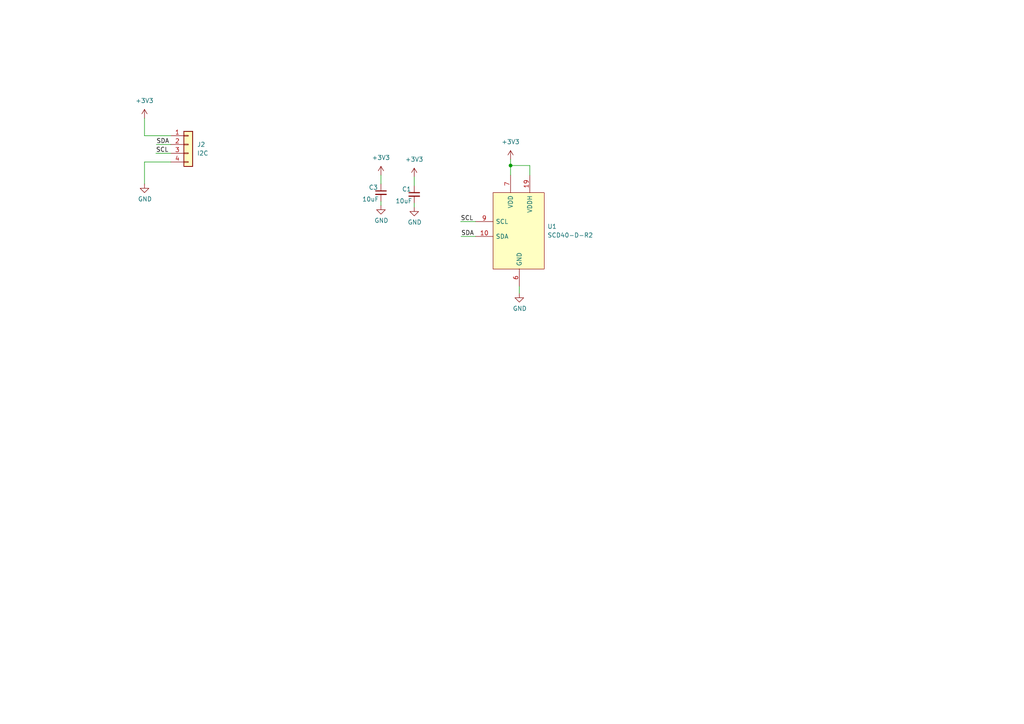
<source format=kicad_sch>
(kicad_sch (version 20211123) (generator eeschema)

  (uuid e63e39d7-6ac0-4ffd-8aa3-1841a4541b55)

  (paper "A4")

  (lib_symbols
    (symbol "Connector_Generic:Conn_01x04" (pin_names (offset 1.016) hide) (in_bom yes) (on_board yes)
      (property "Reference" "J" (id 0) (at 0 5.08 0)
        (effects (font (size 1.27 1.27)))
      )
      (property "Value" "Conn_01x04" (id 1) (at 0 -7.62 0)
        (effects (font (size 1.27 1.27)))
      )
      (property "Footprint" "" (id 2) (at 0 0 0)
        (effects (font (size 1.27 1.27)) hide)
      )
      (property "Datasheet" "~" (id 3) (at 0 0 0)
        (effects (font (size 1.27 1.27)) hide)
      )
      (property "ki_keywords" "connector" (id 4) (at 0 0 0)
        (effects (font (size 1.27 1.27)) hide)
      )
      (property "ki_description" "Generic connector, single row, 01x04, script generated (kicad-library-utils/schlib/autogen/connector/)" (id 5) (at 0 0 0)
        (effects (font (size 1.27 1.27)) hide)
      )
      (property "ki_fp_filters" "Connector*:*_1x??_*" (id 6) (at 0 0 0)
        (effects (font (size 1.27 1.27)) hide)
      )
      (symbol "Conn_01x04_1_1"
        (rectangle (start -1.27 -4.953) (end 0 -5.207)
          (stroke (width 0.1524) (type default) (color 0 0 0 0))
          (fill (type none))
        )
        (rectangle (start -1.27 -2.413) (end 0 -2.667)
          (stroke (width 0.1524) (type default) (color 0 0 0 0))
          (fill (type none))
        )
        (rectangle (start -1.27 0.127) (end 0 -0.127)
          (stroke (width 0.1524) (type default) (color 0 0 0 0))
          (fill (type none))
        )
        (rectangle (start -1.27 2.667) (end 0 2.413)
          (stroke (width 0.1524) (type default) (color 0 0 0 0))
          (fill (type none))
        )
        (rectangle (start -1.27 3.81) (end 1.27 -6.35)
          (stroke (width 0.254) (type default) (color 0 0 0 0))
          (fill (type background))
        )
        (pin passive line (at -5.08 2.54 0) (length 3.81)
          (name "Pin_1" (effects (font (size 1.27 1.27))))
          (number "1" (effects (font (size 1.27 1.27))))
        )
        (pin passive line (at -5.08 0 0) (length 3.81)
          (name "Pin_2" (effects (font (size 1.27 1.27))))
          (number "2" (effects (font (size 1.27 1.27))))
        )
        (pin passive line (at -5.08 -2.54 0) (length 3.81)
          (name "Pin_3" (effects (font (size 1.27 1.27))))
          (number "3" (effects (font (size 1.27 1.27))))
        )
        (pin passive line (at -5.08 -5.08 0) (length 3.81)
          (name "Pin_4" (effects (font (size 1.27 1.27))))
          (number "4" (effects (font (size 1.27 1.27))))
        )
      )
    )
    (symbol "Device:C_Small" (pin_numbers hide) (pin_names (offset 0.254) hide) (in_bom yes) (on_board yes)
      (property "Reference" "C" (id 0) (at 0.254 1.778 0)
        (effects (font (size 1.27 1.27)) (justify left))
      )
      (property "Value" "C_Small" (id 1) (at 0.254 -2.032 0)
        (effects (font (size 1.27 1.27)) (justify left))
      )
      (property "Footprint" "" (id 2) (at 0 0 0)
        (effects (font (size 1.27 1.27)) hide)
      )
      (property "Datasheet" "~" (id 3) (at 0 0 0)
        (effects (font (size 1.27 1.27)) hide)
      )
      (property "ki_keywords" "capacitor cap" (id 4) (at 0 0 0)
        (effects (font (size 1.27 1.27)) hide)
      )
      (property "ki_description" "Unpolarized capacitor, small symbol" (id 5) (at 0 0 0)
        (effects (font (size 1.27 1.27)) hide)
      )
      (property "ki_fp_filters" "C_*" (id 6) (at 0 0 0)
        (effects (font (size 1.27 1.27)) hide)
      )
      (symbol "C_Small_0_1"
        (polyline
          (pts
            (xy -1.524 -0.508)
            (xy 1.524 -0.508)
          )
          (stroke (width 0.3302) (type default) (color 0 0 0 0))
          (fill (type none))
        )
        (polyline
          (pts
            (xy -1.524 0.508)
            (xy 1.524 0.508)
          )
          (stroke (width 0.3048) (type default) (color 0 0 0 0))
          (fill (type none))
        )
      )
      (symbol "C_Small_1_1"
        (pin passive line (at 0 2.54 270) (length 2.032)
          (name "~" (effects (font (size 1.27 1.27))))
          (number "1" (effects (font (size 1.27 1.27))))
        )
        (pin passive line (at 0 -2.54 90) (length 2.032)
          (name "~" (effects (font (size 1.27 1.27))))
          (number "2" (effects (font (size 1.27 1.27))))
        )
      )
    )
    (symbol "hack-it-back:SCD40-D-R2" (pin_names (offset 0.762)) (in_bom yes) (on_board yes)
      (property "Reference" "U" (id 0) (at 29.21 17.78 0)
        (effects (font (size 1.27 1.27)) (justify left))
      )
      (property "Value" "SCD40-D-R2" (id 1) (at 29.21 15.24 0)
        (effects (font (size 1.27 1.27)) (justify left))
      )
      (property "Footprint" "hack-it-back:SCD40DR2" (id 2) (at 29.21 12.7 0)
        (effects (font (size 1.27 1.27)) (justify left) hide)
      )
      (property "Datasheet" "https://www.arrow.com/en/products/scd40-d-r2/sensirion-ag" (id 3) (at 29.21 10.16 0)
        (effects (font (size 1.27 1.27)) (justify left) hide)
      )
      (property "Description" "Air Quality Sensor CO2 Sensor 2.5V/3.3V/5V 20-Pin SMD EP" (id 4) (at 29.21 7.62 0)
        (effects (font (size 1.27 1.27)) (justify left) hide)
      )
      (property "manf#" "SCD40-D-R2" (id 5) (at 50.8 -1.27 0)
        (effects (font (size 1.27 1.27)) (justify left) hide)
      )
      (symbol "SCD40-D-R2_0_0"
        (pin passive line (at 6.35 0 0) (length 5.08)
          (name "SDA" (effects (font (size 1.27 1.27))))
          (number "10" (effects (font (size 1.27 1.27))))
        )
        (pin passive line (at 22.098 17.78 270) (length 5.08)
          (name "VDDH" (effects (font (size 1.27 1.27))))
          (number "19" (effects (font (size 1.27 1.27))))
        )
        (pin passive line (at 19.05 -14.478 90) (length 5.08) hide
          (name "GND_2" (effects (font (size 1.27 1.27))))
          (number "20" (effects (font (size 1.27 1.27))))
        )
        (pin passive line (at 19.05 -14.478 90) (length 5.08) hide
          (name "GND_3" (effects (font (size 1.27 1.27))))
          (number "21" (effects (font (size 1.27 1.27))))
        )
        (pin passive line (at 19.05 -14.478 90) (length 5.08)
          (name "GND" (effects (font (size 1.27 1.27))))
          (number "6" (effects (font (size 1.27 1.27))))
        )
        (pin passive line (at 16.51 17.78 270) (length 5.08)
          (name "VDD" (effects (font (size 1.27 1.27))))
          (number "7" (effects (font (size 1.27 1.27))))
        )
        (pin passive line (at 6.35 4.318 0) (length 5.08)
          (name "SCL" (effects (font (size 1.27 1.27))))
          (number "9" (effects (font (size 1.27 1.27))))
        )
      )
      (symbol "SCD40-D-R2_0_1"
        (rectangle (start 11.43 12.7) (end 26.2636 -9.4488)
          (stroke (width 0) (type default) (color 0 0 0 0))
          (fill (type background))
        )
      )
    )
    (symbol "power:+3.3V" (power) (pin_names (offset 0)) (in_bom yes) (on_board yes)
      (property "Reference" "#PWR" (id 0) (at 0 -3.81 0)
        (effects (font (size 1.27 1.27)) hide)
      )
      (property "Value" "+3.3V" (id 1) (at 0 3.556 0)
        (effects (font (size 1.27 1.27)))
      )
      (property "Footprint" "" (id 2) (at 0 0 0)
        (effects (font (size 1.27 1.27)) hide)
      )
      (property "Datasheet" "" (id 3) (at 0 0 0)
        (effects (font (size 1.27 1.27)) hide)
      )
      (property "ki_keywords" "power-flag" (id 4) (at 0 0 0)
        (effects (font (size 1.27 1.27)) hide)
      )
      (property "ki_description" "Power symbol creates a global label with name \"+3.3V\"" (id 5) (at 0 0 0)
        (effects (font (size 1.27 1.27)) hide)
      )
      (symbol "+3.3V_0_1"
        (polyline
          (pts
            (xy -0.762 1.27)
            (xy 0 2.54)
          )
          (stroke (width 0) (type default) (color 0 0 0 0))
          (fill (type none))
        )
        (polyline
          (pts
            (xy 0 0)
            (xy 0 2.54)
          )
          (stroke (width 0) (type default) (color 0 0 0 0))
          (fill (type none))
        )
        (polyline
          (pts
            (xy 0 2.54)
            (xy 0.762 1.27)
          )
          (stroke (width 0) (type default) (color 0 0 0 0))
          (fill (type none))
        )
      )
      (symbol "+3.3V_1_1"
        (pin power_in line (at 0 0 90) (length 0) hide
          (name "+3V3" (effects (font (size 1.27 1.27))))
          (number "1" (effects (font (size 1.27 1.27))))
        )
      )
    )
    (symbol "power:GND" (power) (pin_names (offset 0)) (in_bom yes) (on_board yes)
      (property "Reference" "#PWR" (id 0) (at 0 -6.35 0)
        (effects (font (size 1.27 1.27)) hide)
      )
      (property "Value" "GND" (id 1) (at 0 -3.81 0)
        (effects (font (size 1.27 1.27)))
      )
      (property "Footprint" "" (id 2) (at 0 0 0)
        (effects (font (size 1.27 1.27)) hide)
      )
      (property "Datasheet" "" (id 3) (at 0 0 0)
        (effects (font (size 1.27 1.27)) hide)
      )
      (property "ki_keywords" "power-flag" (id 4) (at 0 0 0)
        (effects (font (size 1.27 1.27)) hide)
      )
      (property "ki_description" "Power symbol creates a global label with name \"GND\" , ground" (id 5) (at 0 0 0)
        (effects (font (size 1.27 1.27)) hide)
      )
      (symbol "GND_0_1"
        (polyline
          (pts
            (xy 0 0)
            (xy 0 -1.27)
            (xy 1.27 -1.27)
            (xy 0 -2.54)
            (xy -1.27 -1.27)
            (xy 0 -1.27)
          )
          (stroke (width 0) (type default) (color 0 0 0 0))
          (fill (type none))
        )
      )
      (symbol "GND_1_1"
        (pin power_in line (at 0 0 270) (length 0) hide
          (name "GND" (effects (font (size 1.27 1.27))))
          (number "1" (effects (font (size 1.27 1.27))))
        )
      )
    )
  )

  (junction (at 148.082 48.006) (diameter 0) (color 0 0 0 0)
    (uuid da84fa15-5df0-45e4-94a3-d795cf6ea108)
  )

  (wire (pts (xy 150.622 83.058) (xy 150.622 85.09))
    (stroke (width 0) (type default) (color 0 0 0 0))
    (uuid 0613dd51-0613-45ce-a495-e19f1d8b92a3)
  )
  (wire (pts (xy 110.49 50.8) (xy 110.49 53.34))
    (stroke (width 0) (type default) (color 0 0 0 0))
    (uuid 19651883-53bc-4260-8d8e-59a026ad1e1b)
  )
  (wire (pts (xy 148.082 48.006) (xy 148.082 50.8))
    (stroke (width 0) (type default) (color 0 0 0 0))
    (uuid 1f452b76-ffd8-45de-9c86-beba253b5f88)
  )
  (wire (pts (xy 133.731 68.58) (xy 137.922 68.58))
    (stroke (width 0) (type default) (color 0 0 0 0))
    (uuid 235c81a7-8b5b-4b68-84c8-0b00b55cb5b2)
  )
  (wire (pts (xy 120.142 58.928) (xy 120.142 60.071))
    (stroke (width 0) (type default) (color 0 0 0 0))
    (uuid 35d28fee-bd09-407c-a5c2-83dab3bafb50)
  )
  (wire (pts (xy 41.91 39.37) (xy 49.53 39.37))
    (stroke (width 0) (type default) (color 0 0 0 0))
    (uuid 3eff264c-1093-440a-bc5d-e0a5e8b378aa)
  )
  (wire (pts (xy 148.082 46.228) (xy 148.082 48.006))
    (stroke (width 0) (type default) (color 0 0 0 0))
    (uuid 3f73b885-1591-4f2b-990d-d3253e8b479a)
  )
  (wire (pts (xy 153.67 50.8) (xy 153.67 48.006))
    (stroke (width 0) (type default) (color 0 0 0 0))
    (uuid 57e20b6e-caa8-4008-aff1-c4ea653392ec)
  )
  (wire (pts (xy 110.49 58.42) (xy 110.49 59.563))
    (stroke (width 0) (type default) (color 0 0 0 0))
    (uuid 906c2b89-e0fe-4649-9791-22895d86e305)
  )
  (wire (pts (xy 45.339 41.91) (xy 49.53 41.91))
    (stroke (width 0) (type default) (color 0 0 0 0))
    (uuid 9a2317a8-ac00-4130-9201-2f787a7efac2)
  )
  (wire (pts (xy 120.142 51.308) (xy 120.142 53.848))
    (stroke (width 0) (type default) (color 0 0 0 0))
    (uuid a622f7f6-8a99-4932-b42e-48aa330da73a)
  )
  (wire (pts (xy 41.91 34.29) (xy 41.91 39.37))
    (stroke (width 0) (type default) (color 0 0 0 0))
    (uuid aeec99c0-30e3-42bb-be53-b59dff391da5)
  )
  (wire (pts (xy 133.604 64.262) (xy 137.922 64.262))
    (stroke (width 0) (type default) (color 0 0 0 0))
    (uuid d58fda8d-045c-49a4-a14e-26ba40a9e9e3)
  )
  (wire (pts (xy 45.212 44.45) (xy 49.53 44.45))
    (stroke (width 0) (type default) (color 0 0 0 0))
    (uuid df82a6a4-07bc-45a5-a417-a1bb8f8953de)
  )
  (wire (pts (xy 153.67 48.006) (xy 148.082 48.006))
    (stroke (width 0) (type default) (color 0 0 0 0))
    (uuid ea8cc250-0bc1-4822-bdf1-953ab07bd617)
  )
  (wire (pts (xy 41.91 53.34) (xy 41.91 46.99))
    (stroke (width 0) (type default) (color 0 0 0 0))
    (uuid f78d3925-6204-4cd6-b6c6-b466a7fffed7)
  )
  (wire (pts (xy 41.91 46.99) (xy 49.53 46.99))
    (stroke (width 0) (type default) (color 0 0 0 0))
    (uuid f9138fb1-4e9b-4c0a-a6f1-bc9a6cdec635)
  )

  (label "SDA" (at 133.731 68.58 0)
    (effects (font (size 1.27 1.27)) (justify left bottom))
    (uuid 01fb3de3-3798-4eee-acb1-2d43ca54f955)
  )
  (label "SCL" (at 133.604 64.262 0)
    (effects (font (size 1.27 1.27)) (justify left bottom))
    (uuid 10e8f782-772d-4fba-9b99-6230615df8db)
  )
  (label "SDA" (at 45.339 41.91 0)
    (effects (font (size 1.27 1.27)) (justify left bottom))
    (uuid 93b48a5c-03c1-4059-ad9f-dd657a34cb31)
  )
  (label "SCL" (at 45.212 44.45 0)
    (effects (font (size 1.27 1.27)) (justify left bottom))
    (uuid c2c7d0c4-3d15-4263-938c-9b5cb0c761d1)
  )

  (symbol (lib_id "power:+3.3V") (at 148.082 46.228 0) (unit 1)
    (in_bom yes) (on_board yes) (fields_autoplaced)
    (uuid 0355bb93-21ef-44cf-b734-aa73b30d83c3)
    (property "Reference" "#PWR01" (id 0) (at 148.082 50.038 0)
      (effects (font (size 1.27 1.27)) hide)
    )
    (property "Value" "+3.3V" (id 1) (at 148.082 41.148 0))
    (property "Footprint" "" (id 2) (at 148.082 46.228 0)
      (effects (font (size 1.27 1.27)) hide)
    )
    (property "Datasheet" "" (id 3) (at 148.082 46.228 0)
      (effects (font (size 1.27 1.27)) hide)
    )
    (pin "1" (uuid cd8aa1c8-777a-4792-bc90-7816439f10ef))
  )

  (symbol (lib_id "power:GND") (at 41.91 53.34 0) (unit 1)
    (in_bom yes) (on_board yes)
    (uuid 0466ea65-fe62-413b-9b8e-429461b48ae8)
    (property "Reference" "#PWR011" (id 0) (at 41.91 59.69 0)
      (effects (font (size 1.27 1.27)) hide)
    )
    (property "Value" "GND" (id 1) (at 42.037 57.7342 0))
    (property "Footprint" "" (id 2) (at 41.91 53.34 0)
      (effects (font (size 1.27 1.27)) hide)
    )
    (property "Datasheet" "" (id 3) (at 41.91 53.34 0)
      (effects (font (size 1.27 1.27)) hide)
    )
    (pin "1" (uuid f93cbd37-2748-4b87-b426-350eb61e7957))
  )

  (symbol (lib_id "hack-it-back:SCD40-D-R2") (at 131.572 68.58 0) (unit 1)
    (in_bom yes) (on_board yes) (fields_autoplaced)
    (uuid 27140ab7-f2e7-4b1f-8e69-7843c89484ba)
    (property "Reference" "U1" (id 0) (at 158.75 65.6843 0)
      (effects (font (size 1.27 1.27)) (justify left))
    )
    (property "Value" "SCD40-D-R2" (id 1) (at 158.75 68.2243 0)
      (effects (font (size 1.27 1.27)) (justify left))
    )
    (property "Footprint" "hack-it-back:SCD40DR2" (id 2) (at 160.782 55.88 0)
      (effects (font (size 1.27 1.27)) (justify left) hide)
    )
    (property "Datasheet" "https://www.arrow.com/en/products/scd40-d-r2/sensirion-ag" (id 3) (at 160.782 58.42 0)
      (effects (font (size 1.27 1.27)) (justify left) hide)
    )
    (property "Description" "Air Quality Sensor CO2 Sensor 2.5V/3.3V/5V 20-Pin SMD EP" (id 4) (at 160.782 60.96 0)
      (effects (font (size 1.27 1.27)) (justify left) hide)
    )
    (property "manf#" "SCD40-D-R2" (id 5) (at 182.372 69.85 0)
      (effects (font (size 1.27 1.27)) (justify left) hide)
    )
    (pin "10" (uuid c1889cb5-c3c2-4ed4-b7ae-48ecdca610ba))
    (pin "19" (uuid e8140997-6a10-42ff-ae75-9f763ef2dc5f))
    (pin "20" (uuid e2e66313-2f7f-4a29-b47e-dd5ea897bd15))
    (pin "21" (uuid 74c11319-aa96-4425-a97b-3650ef5a6198))
    (pin "6" (uuid a4937a8f-03b1-4819-9442-162954e5f8d4))
    (pin "7" (uuid cbb14f1a-a0d3-44a6-a085-2a6c0940c995))
    (pin "9" (uuid 19eea0c4-e7c6-4948-88fd-7927ce99bb4c))
  )

  (symbol (lib_id "power:+3.3V") (at 110.49 50.8 0) (unit 1)
    (in_bom yes) (on_board yes) (fields_autoplaced)
    (uuid 83cb6f61-bcb9-4b91-8ea6-aaa43b76c715)
    (property "Reference" "#PWR0101" (id 0) (at 110.49 54.61 0)
      (effects (font (size 1.27 1.27)) hide)
    )
    (property "Value" "+3.3V" (id 1) (at 110.49 45.72 0))
    (property "Footprint" "" (id 2) (at 110.49 50.8 0)
      (effects (font (size 1.27 1.27)) hide)
    )
    (property "Datasheet" "" (id 3) (at 110.49 50.8 0)
      (effects (font (size 1.27 1.27)) hide)
    )
    (pin "1" (uuid 6b21f1b6-2180-4060-89a8-e2eaa0ef1dab))
  )

  (symbol (lib_id "power:+3.3V") (at 41.91 34.29 0) (unit 1)
    (in_bom yes) (on_board yes) (fields_autoplaced)
    (uuid 8eaba795-9173-4e42-a9d4-e93bcef5b718)
    (property "Reference" "#PWR010" (id 0) (at 41.91 38.1 0)
      (effects (font (size 1.27 1.27)) hide)
    )
    (property "Value" "+3.3V" (id 1) (at 41.91 29.21 0))
    (property "Footprint" "" (id 2) (at 41.91 34.29 0)
      (effects (font (size 1.27 1.27)) hide)
    )
    (property "Datasheet" "" (id 3) (at 41.91 34.29 0)
      (effects (font (size 1.27 1.27)) hide)
    )
    (pin "1" (uuid 8466543d-b50a-4001-8c39-3a414b925c59))
  )

  (symbol (lib_id "Device:C_Small") (at 110.49 55.88 0) (unit 1)
    (in_bom yes) (on_board yes)
    (uuid 926d378a-af62-423a-8cba-4c362db46818)
    (property "Reference" "C3" (id 0) (at 106.934 54.356 0)
      (effects (font (size 1.27 1.27)) (justify left))
    )
    (property "Value" "10uF" (id 1) (at 105.029 57.785 0)
      (effects (font (size 1.27 1.27)) (justify left))
    )
    (property "Footprint" "Capacitor_SMD:C_0805_2012Metric" (id 2) (at 110.49 55.88 0)
      (effects (font (size 1.27 1.27)) hide)
    )
    (property "Datasheet" "~" (id 3) (at 110.49 55.88 0)
      (effects (font (size 1.27 1.27)) hide)
    )
    (property "manf#" "GRM188R61C106MA73D" (id 4) (at 67.31 166.243 0)
      (effects (font (size 1.27 1.27)) hide)
    )
    (pin "1" (uuid f6fb7439-7c3e-415e-bc2d-21c570944a96))
    (pin "2" (uuid 5bc368e5-c880-4925-a3ec-e60402cc2cd5))
  )

  (symbol (lib_id "power:+3.3V") (at 120.142 51.308 0) (unit 1)
    (in_bom yes) (on_board yes) (fields_autoplaced)
    (uuid 9c9a762c-cda6-436a-a952-139e78653753)
    (property "Reference" "#PWR03" (id 0) (at 120.142 55.118 0)
      (effects (font (size 1.27 1.27)) hide)
    )
    (property "Value" "+3.3V" (id 1) (at 120.142 46.228 0))
    (property "Footprint" "" (id 2) (at 120.142 51.308 0)
      (effects (font (size 1.27 1.27)) hide)
    )
    (property "Datasheet" "" (id 3) (at 120.142 51.308 0)
      (effects (font (size 1.27 1.27)) hide)
    )
    (pin "1" (uuid efb21a40-76c9-4598-9282-eaa4a3e67830))
  )

  (symbol (lib_id "power:GND") (at 110.49 59.563 0) (unit 1)
    (in_bom yes) (on_board yes)
    (uuid a710e486-f614-48b5-85d6-cfb14e0021d6)
    (property "Reference" "#PWR02" (id 0) (at 110.49 65.913 0)
      (effects (font (size 1.27 1.27)) hide)
    )
    (property "Value" "GND" (id 1) (at 110.617 63.9572 0))
    (property "Footprint" "" (id 2) (at 110.49 59.563 0)
      (effects (font (size 1.27 1.27)) hide)
    )
    (property "Datasheet" "" (id 3) (at 110.49 59.563 0)
      (effects (font (size 1.27 1.27)) hide)
    )
    (pin "1" (uuid d3146796-1d0e-4fbd-a678-b09497f5b940))
  )

  (symbol (lib_id "power:GND") (at 120.142 60.071 0) (unit 1)
    (in_bom yes) (on_board yes)
    (uuid b68b9a7e-b413-4ce6-abaf-6f70faaa306e)
    (property "Reference" "#PWR04" (id 0) (at 120.142 66.421 0)
      (effects (font (size 1.27 1.27)) hide)
    )
    (property "Value" "GND" (id 1) (at 120.269 64.4652 0))
    (property "Footprint" "" (id 2) (at 120.142 60.071 0)
      (effects (font (size 1.27 1.27)) hide)
    )
    (property "Datasheet" "" (id 3) (at 120.142 60.071 0)
      (effects (font (size 1.27 1.27)) hide)
    )
    (pin "1" (uuid 336ebfad-5d88-454d-8d4f-be9919d46e85))
  )

  (symbol (lib_id "Device:C_Small") (at 120.142 56.388 0) (unit 1)
    (in_bom yes) (on_board yes)
    (uuid dc69e43c-d7d1-4c8a-ab86-bc5578db7ed8)
    (property "Reference" "C1" (id 0) (at 116.586 54.864 0)
      (effects (font (size 1.27 1.27)) (justify left))
    )
    (property "Value" "10uF" (id 1) (at 114.681 58.293 0)
      (effects (font (size 1.27 1.27)) (justify left))
    )
    (property "Footprint" "Capacitor_SMD:C_0805_2012Metric" (id 2) (at 120.142 56.388 0)
      (effects (font (size 1.27 1.27)) hide)
    )
    (property "Datasheet" "~" (id 3) (at 120.142 56.388 0)
      (effects (font (size 1.27 1.27)) hide)
    )
    (property "manf#" "GRM188R61C106MA73D" (id 4) (at 76.962 166.751 0)
      (effects (font (size 1.27 1.27)) hide)
    )
    (pin "1" (uuid 2a58e830-bdd1-457d-a928-ee8e7b25db03))
    (pin "2" (uuid 4ece6d3a-6b65-48ce-919e-8e2cd0faa4e5))
  )

  (symbol (lib_id "Connector_Generic:Conn_01x04") (at 54.61 41.91 0) (unit 1)
    (in_bom yes) (on_board yes) (fields_autoplaced)
    (uuid f9e5248a-fb39-4d4b-8b25-4a8c0be402e1)
    (property "Reference" "J2" (id 0) (at 57.15 41.9099 0)
      (effects (font (size 1.27 1.27)) (justify left))
    )
    (property "Value" "I2C" (id 1) (at 57.15 44.4499 0)
      (effects (font (size 1.27 1.27)) (justify left))
    )
    (property "Footprint" "Connector_PinHeader_2.54mm:PinHeader_1x04_P2.54mm_Vertical" (id 2) (at 54.61 41.91 0)
      (effects (font (size 1.27 1.27)) hide)
    )
    (property "Datasheet" "~" (id 3) (at 54.61 41.91 0)
      (effects (font (size 1.27 1.27)) hide)
    )
    (pin "1" (uuid 9cc1167f-4802-4389-9696-45c763fddfce))
    (pin "2" (uuid 0b4415f7-8af8-47b6-9d9b-90d02b8baeee))
    (pin "3" (uuid a4587a6f-6dfa-4300-97ce-8e495a7aac5b))
    (pin "4" (uuid ff7ac0cb-f31b-417e-9005-930a8564c07e))
  )

  (symbol (lib_id "power:GND") (at 150.622 85.09 0) (unit 1)
    (in_bom yes) (on_board yes)
    (uuid ff660715-7eab-4c58-b2d8-1f0e378d8a76)
    (property "Reference" "#PWR014" (id 0) (at 150.622 91.44 0)
      (effects (font (size 1.27 1.27)) hide)
    )
    (property "Value" "GND" (id 1) (at 150.749 89.4842 0))
    (property "Footprint" "" (id 2) (at 150.622 85.09 0)
      (effects (font (size 1.27 1.27)) hide)
    )
    (property "Datasheet" "" (id 3) (at 150.622 85.09 0)
      (effects (font (size 1.27 1.27)) hide)
    )
    (pin "1" (uuid d6abfa7a-8384-4bef-99a4-8c41cba69513))
  )

  (sheet_instances
    (path "/" (page "1"))
  )

  (symbol_instances
    (path "/0355bb93-21ef-44cf-b734-aa73b30d83c3"
      (reference "#PWR01") (unit 1) (value "+3.3V") (footprint "")
    )
    (path "/a710e486-f614-48b5-85d6-cfb14e0021d6"
      (reference "#PWR02") (unit 1) (value "GND") (footprint "")
    )
    (path "/9c9a762c-cda6-436a-a952-139e78653753"
      (reference "#PWR03") (unit 1) (value "+3.3V") (footprint "")
    )
    (path "/b68b9a7e-b413-4ce6-abaf-6f70faaa306e"
      (reference "#PWR04") (unit 1) (value "GND") (footprint "")
    )
    (path "/8eaba795-9173-4e42-a9d4-e93bcef5b718"
      (reference "#PWR010") (unit 1) (value "+3.3V") (footprint "")
    )
    (path "/0466ea65-fe62-413b-9b8e-429461b48ae8"
      (reference "#PWR011") (unit 1) (value "GND") (footprint "")
    )
    (path "/ff660715-7eab-4c58-b2d8-1f0e378d8a76"
      (reference "#PWR014") (unit 1) (value "GND") (footprint "")
    )
    (path "/83cb6f61-bcb9-4b91-8ea6-aaa43b76c715"
      (reference "#PWR0101") (unit 1) (value "+3.3V") (footprint "")
    )
    (path "/dc69e43c-d7d1-4c8a-ab86-bc5578db7ed8"
      (reference "C1") (unit 1) (value "10uF") (footprint "Capacitor_SMD:C_0805_2012Metric")
    )
    (path "/926d378a-af62-423a-8cba-4c362db46818"
      (reference "C3") (unit 1) (value "10uF") (footprint "Capacitor_SMD:C_0805_2012Metric")
    )
    (path "/f9e5248a-fb39-4d4b-8b25-4a8c0be402e1"
      (reference "J2") (unit 1) (value "I2C") (footprint "Connector_PinHeader_2.54mm:PinHeader_1x04_P2.54mm_Vertical")
    )
    (path "/27140ab7-f2e7-4b1f-8e69-7843c89484ba"
      (reference "U1") (unit 1) (value "SCD40-D-R2") (footprint "hack-it-back:SCD40DR2")
    )
  )
)

</source>
